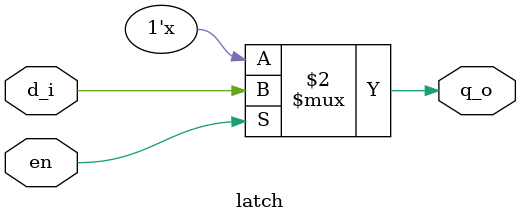
<source format=v>



module dffcr # (
    parameter DW = 1
) (
    input  wire          clk,
    input  wire          ce,
    input  wire          rst_n,
    input  wire [DW-1:0] d_i,
    output reg  [DW-1:0] q_o
);

localparam TCQ = 1;

always @(posedge clk or negedge rst_n) begin
    if (~rst_n)
        q_o <= {DW{1'b0}};
    else if (ce)
        q_o <= #TCQ d_i;
end

`ifndef DISABLE_SV_ASSERTION
xchecker #(
    .DW(1)
) xchecker_inst (
    .clk(clk),
    .dat_i(ce)
);
`endif

endmodule // dffcr


////////////////////////////////////////////////////////////////////////////////
// D flip-flop with clock enable and asynchronous reset
// Default reset value is 1
////////////////////////////////////////////////////////////////////////////////

module dffcs # (
    parameter DW = 1
) (
    input  wire          clk,
    input  wire          ce,
    input  wire          rst_n,
    input  wire [DW-1:0] d_i,
    output reg  [DW-1:0] q_o
);

localparam TCQ = 1;

always @(posedge clk or negedge rst_n) begin
    if (~rst_n)
        q_o <= {DW{1'b1}};
    else if (ce)
        q_o <= #TCQ d_i;
end

`ifndef DISABLE_SV_ASSERTION
xchecker #(
    .DW(1)
) xchecker_inst (
    .clk(clk),
    .dat_i(ce)
);
`endif

endmodule // dffcs


////////////////////////////////////////////////////////////////////////////////
// D flip-flop with clock enable without reset
////////////////////////////////////////////////////////////////////////////////

module dffc # (
    parameter DW = 1
) (
    input  wire          clk,
    input  wire          ce,
    input  wire [DW-1:0] d_i,
    output reg  [DW-1:0] q_o
);

localparam TCQ = 1;

always @(posedge clk) begin
    if (ce)
        q_o <= #TCQ d_i;
end

`ifndef DISABLE_SV_ASSERTION
xchecker #(
    .DW(1)
) xchecker_inst (
    .clk(clk),
    .dat_i(ce)
);
`endif

endmodule // dffc


////////////////////////////////////////////////////////////////////////////////
// D flip-flop with asynchronous reset without clock enable
// Default reset value is 0
////////////////////////////////////////////////////////////////////////////////

module dffr # (
    parameter DW = 1
) (
    input  wire          clk,
    input  wire          rst_n,
    input  wire [DW-1:0] d_i,
    output reg  [DW-1:0] q_o
);

localparam TCQ = 1;

always @(posedge clk) begin
    if (~rst_n)
        q_o <= {DW{1'b0}};
    else
        q_o <= #TCQ d_i;
end

endmodule // dffr


////////////////////////////////////////////////////////////////////////////////
// D flip-flop with asynchronous reset without clock enable
// Default reset value is 1
////////////////////////////////////////////////////////////////////////////////

module dffs # (
    parameter DW = 1
) (
    input  wire          clk,
    input  wire          rst_n,
    input  wire [DW-1:0] d_i,
    output reg  [DW-1:0] q_o
);

localparam TCQ = 1;

always @(posedge clk) begin
    if (~rst_n)
        q_o <= {DW{1'b1}};
    else
        q_o <= #TCQ d_i;
end

endmodule // dffs


////////////////////////////////////////////////////////////////////////////////
// Verilog module for general latch
////////////////////////////////////////////////////////////////////////////////

module latch # (
    parameter DW = 1
) (
    input  wire          en,
    input  wire [DW-1:0] d_i,
    output reg  [DW-1:0] q_o
);

localparam TCQ = 1;

always @(*) begin
    if (en)
        q_o <= d_i;
end

`ifndef DISABLE_SV_ASSERTION
xchecker #(
    .DW(1)
) xchecker_inst (
    .clk(clk),
    .dat_i(ce)
);
`endif

endmodule // latch

</source>
